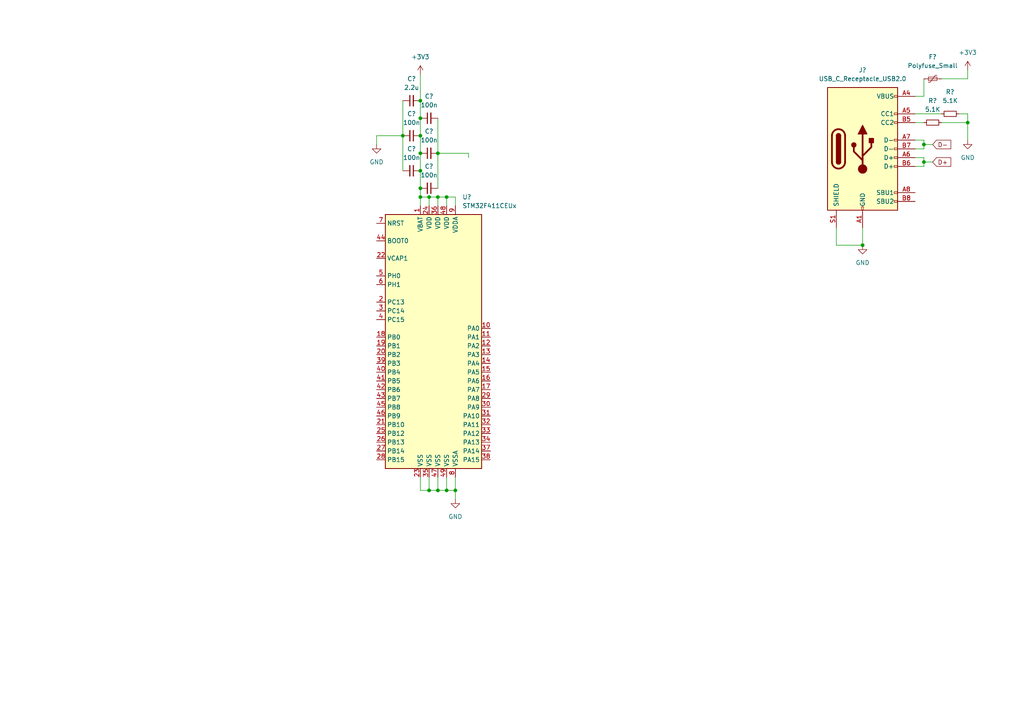
<source format=kicad_sch>
(kicad_sch (version 20211123) (generator eeschema)
  (paper "A4")
  (lib_symbols
    (symbol "Connector:USB_C_Receptacle_USB2.0" (pin_names (offset 1.016))
      (property "Reference" "J" (at -10.16 19.05 0))
      (property "Value" "USB_C_Receptacle_USB2.0" (at 19.05 19.05 0))
      (symbol "USB_C_Receptacle_USB2.0_0_0"
        (rectangle (start -0.254 -17.78) (end 0.254 -16.764))
        (rectangle (start 10.16 -14.986) (end 9.144 -15.494))
        (rectangle (start 10.16 -12.446) (end 9.144 -12.954))
        (rectangle (start 10.16 -4.826) (end 9.144 -5.334))
        (rectangle (start 10.16 -2.286) (end 9.144 -2.794))
        (rectangle (start 10.16 0.254) (end 9.144 -0.254))
        (rectangle (start 10.16 2.794) (end 9.144 2.286))
        (rectangle (start 10.16 7.874) (end 9.144 7.366))
        (rectangle (start 10.16 10.414) (end 9.144 9.906))
        (rectangle (start 10.16 15.494) (end 9.144 14.986))
      )
      (symbol "USB_C_Receptacle_USB2.0_0_1"
        (rectangle (start -10.16 17.78) (end 10.16 -17.78) (stroke (width 0.254)) (fill (type background)))
        (arc (start -8.89 -3.81) (mid -6.985 -5.715) (end -5.08 -3.81) (stroke (width 0.508)))
        (arc (start -7.62 -3.81) (mid -6.985 -4.445) (end -6.35 -3.81) (stroke (width 0.254)))
        (arc (start -7.62 -3.81) (mid -6.985 -4.445) (end -6.35 -3.81) (stroke (width 0.254)) (fill (type outline)))
        (rectangle (start -7.62 -3.81) (end -6.35 3.81) (stroke (width 0.254)) (fill (type outline)))
        (arc (start -6.35 3.81) (mid -6.985 4.445) (end -7.62 3.81) (stroke (width 0.254)))
        (arc (start -6.35 3.81) (mid -6.985 4.445) (end -7.62 3.81) (stroke (width 0.254)) (fill (type outline)))
        (arc (start -5.08 3.81) (mid -6.985 5.715) (end -8.89 3.81) (stroke (width 0.508)))
        (circle (center -2.54 1.143) (radius 0.635) (stroke (width 0.254)) (fill (type outline)))
        (circle (center 0 -5.842) (radius 1.27) (fill (type outline)))
        (polyline (pts (xy -8.89 -3.81) (xy -8.89 3.81)) (stroke (width 0.508)))
        (polyline (pts (xy -5.08 3.81) (xy -5.08 -3.81)) (stroke (width 0.508)))
        (polyline (pts (xy 0 -5.842) (xy 0 4.318)) (stroke (width 0.508)))
        (polyline (pts (xy 0 -3.302) (xy -2.54 -0.762) (xy -2.54 0.508)) (stroke (width 0.508)))
        (polyline (pts (xy 0 -2.032) (xy 2.54 0.508) (xy 2.54 1.778)) (stroke (width 0.508)))
        (polyline (pts (xy -1.27 4.318) (xy 0 6.858) (xy 1.27 4.318) (xy -1.27 4.318)) (stroke (width 0.254)) (fill (type outline)))
        (rectangle (start 1.905 1.778) (end 3.175 3.048) (stroke (width 0.254)) (fill (type outline)))
      )
      (symbol "USB_C_Receptacle_USB2.0_1_1"
        (pin passive line (at 0 -22.86 90) (length 5.08) (name "GND") (number "A1"))
        (pin passive line (at 0 -22.86 90) (length 5.08) hide (name "GND") (number "A12"))
        (pin passive line (at 15.24 15.24 180) (length 5.08) (name "VBUS") (number "A4"))
        (pin bidirectional line (at 15.24 10.16 180) (length 5.08) (name "CC1") (number "A5"))
        (pin bidirectional line (at 15.24 -2.54 180) (length 5.08) (name "D+") (number "A6"))
        (pin bidirectional line (at 15.24 2.54 180) (length 5.08) (name "D-") (number "A7"))
        (pin bidirectional line (at 15.24 -12.7 180) (length 5.08) (name "SBU1") (number "A8"))
        (pin passive line (at 15.24 15.24 180) (length 5.08) hide (name "VBUS") (number "A9"))
        (pin passive line (at 0 -22.86 90) (length 5.08) hide (name "GND") (number "B1"))
        (pin passive line (at 0 -22.86 90) (length 5.08) hide (name "GND") (number "B12"))
        (pin passive line (at 15.24 15.24 180) (length 5.08) hide (name "VBUS") (number "B4"))
        (pin bidirectional line (at 15.24 7.62 180) (length 5.08) (name "CC2") (number "B5"))
        (pin bidirectional line (at 15.24 -5.08 180) (length 5.08) (name "D+") (number "B6"))
        (pin bidirectional line (at 15.24 0 180) (length 5.08) (name "D-") (number "B7"))
        (pin bidirectional line (at 15.24 -15.24 180) (length 5.08) (name "SBU2") (number "B8"))
        (pin passive line (at 15.24 15.24 180) (length 5.08) hide (name "VBUS") (number "B9"))
        (pin passive line (at -7.62 -22.86 90) (length 5.08) (name "SHIELD") (number "S1"))
      )
    )
    (symbol "Device:C_Small" (pin_numbers hide) (pin_names (offset 0.254) hide)
      (property "Reference" "C" (at 0.254 1.778 0))
      (property "Value" "C_Small" (at 0.254 -2.032 0))
      (symbol "C_Small_0_1"
        (polyline (pts (xy -1.524 -0.508) (xy 1.524 -0.508)) (stroke (width 0.3302)))
        (polyline (pts (xy -1.524 0.508) (xy 1.524 0.508)) (stroke (width 0.3048)))
      )
      (symbol "C_Small_1_1"
        (pin passive line (at 0 2.54 270) (length 2.032) (name "~") (number "1"))
        (pin passive line (at 0 -2.54 90) (length 2.032) (name "~") (number "2"))
      )
    )
    (symbol "Device:Polyfuse_Small" (pin_numbers hide) (pin_names (offset 0))
      (property "Reference" "F" (at -1.905 0 90))
      (property "Value" "Polyfuse_Small" (at 1.905 0 90))
      (symbol "Polyfuse_Small_0_1"
        (rectangle (start -0.508 1.27) (end 0.508 -1.27))
        (polyline (pts (xy 0 2.54) (xy 0 -2.54)))
        (polyline (pts (xy -1.016 1.27) (xy -1.016 0.762) (xy 1.016 -0.762) (xy 1.016 -1.27)))
      )
      (symbol "Polyfuse_Small_1_1"
        (pin passive line (at 0 2.54 270) (length 0.635) (name "~") (number "1"))
        (pin passive line (at 0 -2.54 90) (length 0.635) (name "~") (number "2"))
      )
    )
    (symbol "Device:R_Small" (pin_numbers hide) (pin_names (offset 0.254) hide)
      (property "Reference" "R" (at 0.762 0.508 0))
      (property "Value" "R_Small" (at 0.762 -1.016 0))
      (symbol "R_Small_0_1"
        (rectangle (start -0.762 1.778) (end 0.762 -1.778) (stroke (width 0.2032)))
      )
      (symbol "R_Small_1_1"
        (pin passive line (at 0 2.54 270) (length 0.762) (name "~") (number "1"))
        (pin passive line (at 0 -2.54 90) (length 0.762) (name "~") (number "2"))
      )
    )
    (symbol "MCU_ST_STM32F4:STM32F411CEUx"
      (property "Reference" "U" (at -15.24 36.83 0))
      (property "Value" "STM32F411CEUx" (at 7.62 36.83 0))
      (symbol "STM32F411CEUx_0_1"
        (rectangle (start -15.24 -38.1) (end 12.7 35.56) (stroke (width 0.254)) (fill (type background)))
      )
      (symbol "STM32F411CEUx_1_1"
        (pin power_in line (at -5.08 38.1 270) (length 2.54) (name "VBAT") (number "1"))
        (pin bidirectional line (at 15.24 2.54 180) (length 2.54) (name "PA0") (number "10"))
        (pin bidirectional line (at 15.24 0 180) (length 2.54) (name "PA1") (number "11"))
        (pin bidirectional line (at 15.24 -2.54 180) (length 2.54) (name "PA2") (number "12"))
        (pin bidirectional line (at 15.24 -5.08 180) (length 2.54) (name "PA3") (number "13"))
        (pin bidirectional line (at 15.24 -7.62 180) (length 2.54) (name "PA4") (number "14"))
        (pin bidirectional line (at 15.24 -10.16 180) (length 2.54) (name "PA5") (number "15"))
        (pin bidirectional line (at 15.24 -12.7 180) (length 2.54) (name "PA6") (number "16"))
        (pin bidirectional line (at 15.24 -15.24 180) (length 2.54) (name "PA7") (number "17"))
        (pin bidirectional line (at -17.78 0 0) (length 2.54) (name "PB0") (number "18"))
        (pin bidirectional line (at -17.78 -2.54 0) (length 2.54) (name "PB1") (number "19"))
        (pin bidirectional line (at -17.78 10.16 0) (length 2.54) (name "PC13") (number "2"))
        (pin bidirectional line (at -17.78 -5.08 0) (length 2.54) (name "PB2") (number "20"))
        (pin bidirectional line (at -17.78 -25.4 0) (length 2.54) (name "PB10") (number "21"))
        (pin power_in line (at -17.78 22.86 0) (length 2.54) (name "VCAP1") (number "22"))
        (pin power_in line (at -5.08 -40.64 90) (length 2.54) (name "VSS") (number "23"))
        (pin power_in line (at -2.54 38.1 270) (length 2.54) (name "VDD") (number "24"))
        (pin bidirectional line (at -17.78 -27.94 0) (length 2.54) (name "PB12") (number "25"))
        (pin bidirectional line (at -17.78 -30.48 0) (length 2.54) (name "PB13") (number "26"))
        (pin bidirectional line (at -17.78 -33.02 0) (length 2.54) (name "PB14") (number "27"))
        (pin bidirectional line (at -17.78 -35.56 0) (length 2.54) (name "PB15") (number "28"))
        (pin bidirectional line (at 15.24 -17.78 180) (length 2.54) (name "PA8") (number "29"))
        (pin bidirectional line (at -17.78 7.62 0) (length 2.54) (name "PC14") (number "3"))
        (pin bidirectional line (at 15.24 -20.32 180) (length 2.54) (name "PA9") (number "30"))
        (pin bidirectional line (at 15.24 -22.86 180) (length 2.54) (name "PA10") (number "31"))
        (pin bidirectional line (at 15.24 -25.4 180) (length 2.54) (name "PA11") (number "32"))
        (pin bidirectional line (at 15.24 -27.94 180) (length 2.54) (name "PA12") (number "33"))
        (pin bidirectional line (at 15.24 -30.48 180) (length 2.54) (name "PA13") (number "34"))
        (pin power_in line (at -2.54 -40.64 90) (length 2.54) (name "VSS") (number "35"))
        (pin power_in line (at 0 38.1 270) (length 2.54) (name "VDD") (number "36"))
        (pin bidirectional line (at 15.24 -33.02 180) (length 2.54) (name "PA14") (number "37"))
        (pin bidirectional line (at 15.24 -35.56 180) (length 2.54) (name "PA15") (number "38"))
        (pin bidirectional line (at -17.78 -7.62 0) (length 2.54) (name "PB3") (number "39"))
        (pin bidirectional line (at -17.78 5.08 0) (length 2.54) (name "PC15") (number "4"))
        (pin bidirectional line (at -17.78 -10.16 0) (length 2.54) (name "PB4") (number "40"))
        (pin bidirectional line (at -17.78 -12.7 0) (length 2.54) (name "PB5") (number "41"))
        (pin bidirectional line (at -17.78 -15.24 0) (length 2.54) (name "PB6") (number "42"))
        (pin bidirectional line (at -17.78 -17.78 0) (length 2.54) (name "PB7") (number "43"))
        (pin input line (at -17.78 27.94 0) (length 2.54) (name "BOOT0") (number "44"))
        (pin bidirectional line (at -17.78 -20.32 0) (length 2.54) (name "PB8") (number "45"))
        (pin bidirectional line (at -17.78 -22.86 0) (length 2.54) (name "PB9") (number "46"))
        (pin power_in line (at 0 -40.64 90) (length 2.54) (name "VSS") (number "47"))
        (pin power_in line (at 2.54 38.1 270) (length 2.54) (name "VDD") (number "48"))
        (pin power_in line (at 2.54 -40.64 90) (length 2.54) (name "VSS") (number "49"))
        (pin input line (at -17.78 17.78 0) (length 2.54) (name "PH0") (number "5"))
        (pin input line (at -17.78 15.24 0) (length 2.54) (name "PH1") (number "6"))
        (pin input line (at -17.78 33.02 0) (length 2.54) (name "NRST") (number "7"))
        (pin power_in line (at 5.08 -40.64 90) (length 2.54) (name "VSSA") (number "8"))
        (pin power_in line (at 5.08 38.1 270) (length 2.54) (name "VDDA") (number "9"))
      )
    )
    (symbol "power:+3V3" (power) (pin_names (offset 0))
      (property "Value" "+3V3" (at 0 3.556 0))
      (symbol "+3V3_0_1"
        (polyline (pts (xy -0.762 1.27) (xy 0 2.54)))
        (polyline (pts (xy 0 0) (xy 0 2.54)))
        (polyline (pts (xy 0 2.54) (xy 0.762 1.27)))
      )
      (symbol "+3V3_1_1"
        (pin power_in line (at 0 0 90) (length 0) hide (name "+3V3") (number "1"))
      )
    )
    (symbol "power:GND" (power) (pin_names (offset 0))
      (property "Value" "GND" (at 0 -3.81 0))
      (symbol "GND_0_1"
        (polyline (pts (xy 0 0) (xy 0 -1.27) (xy 1.27 -1.27) (xy 0 -2.54) (xy -1.27 -1.27) (xy 0 -1.27)))
      )
      (symbol "GND_1_1"
        (pin power_in line (at 0 0 270) (length 0) hide (name "GND") (number "1"))
      )
    )
  )
  (junction (at 280.67 35.56))
  (junction (at 129.54 57.15))
  (junction (at 121.92 29.21))
  (junction (at 121.92 39.37))
  (junction (at 121.92 57.15))
  (junction (at 127 44.45))
  (junction (at 127 57.15))
  (junction (at 124.46 57.15))
  (junction (at 127 142.24))
  (junction (at 267.97 41.91))
  (junction (at 121.92 44.45))
  (junction (at 121.92 54.61))
  (junction (at 132.08 142.24))
  (junction (at 129.54 142.24))
  (junction (at 116.84 39.37))
  (junction (at 124.46 142.24))
  (junction (at 250.19 71.12))
  (junction (at 267.97 46.99))
  (junction (at 121.92 34.29))
  (junction (at 121.92 49.53))
  (wire (pts (xy 124.46 142.24) (xy 127 142.24)))
  (wire (pts (xy 116.84 29.21) (xy 116.84 39.37)))
  (wire (pts (xy 132.08 142.24) (xy 132.08 144.78)))
  (wire (pts (xy 129.54 138.43) (xy 129.54 142.24)))
  (wire (pts (xy 121.92 57.15) (xy 121.92 59.69)))
  (wire (pts (xy 267.97 45.72) (xy 265.43 45.72)))
  (wire (pts (xy 242.57 71.12) (xy 250.19 71.12)))
  (wire (pts (xy 265.43 48.26) (xy 267.97 48.26)))
  (wire (pts (xy 109.22 39.37) (xy 109.22 41.91)))
  (wire (pts (xy 127 138.43) (xy 127 142.24)))
  (wire (pts (xy 242.57 66.04) (xy 242.57 71.12)))
  (wire (pts (xy 265.43 33.02) (xy 273.05 33.02)))
  (wire (pts (xy 129.54 57.15) (xy 129.54 59.69)))
  (wire (pts (xy 127 57.15) (xy 124.46 57.15)))
  (wire (pts (xy 267.97 41.91) (xy 267.97 40.64)))
  (wire (pts (xy 267.97 40.64) (xy 265.43 40.64)))
  (wire (pts (xy 265.43 35.56) (xy 267.97 35.56)))
  (wire (pts (xy 132.08 57.15) (xy 129.54 57.15)))
  (wire (pts (xy 250.19 66.04) (xy 250.19 71.12)))
  (wire (pts (xy 280.67 33.02) (xy 280.67 35.56)))
  (wire (pts (xy 121.92 138.43) (xy 121.92 142.24)))
  (wire (pts (xy 124.46 138.43) (xy 124.46 142.24)))
  (wire (pts (xy 121.92 39.37) (xy 121.92 44.45)))
  (wire (pts (xy 127 44.45) (xy 127 54.61)))
  (wire (pts (xy 121.92 44.45) (xy 121.92 49.53)))
  (wire (pts (xy 124.46 57.15) (xy 121.92 57.15)))
  (wire (pts (xy 121.92 29.21) (xy 121.92 34.29)))
  (wire (pts (xy 121.92 54.61) (xy 121.92 57.15)))
  (wire (pts (xy 127 142.24) (xy 129.54 142.24)))
  (wire (pts (xy 121.92 49.53) (xy 121.92 54.61)))
  (wire (pts (xy 280.67 35.56) (xy 280.67 40.64)))
  (wire (pts (xy 135.89 44.45) (xy 135.89 45.72)))
  (wire (pts (xy 267.97 41.91) (xy 270.51 41.91)))
  (wire (pts (xy 127 57.15) (xy 127 59.69)))
  (wire (pts (xy 121.92 34.29) (xy 121.92 39.37)))
  (wire (pts (xy 116.84 39.37) (xy 116.84 49.53)))
  (wire (pts (xy 127 44.45) (xy 135.89 44.45)))
  (wire (pts (xy 273.05 35.56) (xy 280.67 35.56)))
  (wire (pts (xy 267.97 48.26) (xy 267.97 46.99)))
  (wire (pts (xy 124.46 57.15) (xy 124.46 59.69)))
  (wire (pts (xy 121.92 142.24) (xy 124.46 142.24)))
  (wire (pts (xy 132.08 57.15) (xy 132.08 59.69)))
  (wire (pts (xy 280.67 22.86) (xy 280.67 20.32)))
  (wire (pts (xy 121.92 21.59) (xy 121.92 29.21)))
  (wire (pts (xy 265.43 43.18) (xy 267.97 43.18)))
  (wire (pts (xy 129.54 57.15) (xy 127 57.15)))
  (wire (pts (xy 265.43 27.94) (xy 267.97 27.94)))
  (wire (pts (xy 267.97 43.18) (xy 267.97 41.91)))
  (wire (pts (xy 278.13 33.02) (xy 280.67 33.02)))
  (wire (pts (xy 267.97 46.99) (xy 267.97 45.72)))
  (wire (pts (xy 116.84 39.37) (xy 109.22 39.37)))
  (wire (pts (xy 267.97 46.99) (xy 270.51 46.99)))
  (wire (pts (xy 127 34.29) (xy 127 44.45)))
  (wire (pts (xy 273.05 22.86) (xy 280.67 22.86)))
  (wire (pts (xy 132.08 138.43) (xy 132.08 142.24)))
  (wire (pts (xy 267.97 22.86) (xy 267.97 27.94)))
  (wire (pts (xy 129.54 142.24) (xy 132.08 142.24)))
  (global_label "D-" (shape input) (at 270.51 41.91 0) (property "Intersheet References" "${INTERSHEET_REFS}" (effects hide)))
  (global_label "D+" (shape input) (at 270.51 46.99 0) (property "Intersheet References" "${INTERSHEET_REFS}" (effects hide)))
  (symbol (lib_id "Device:C_Small") (at 124.46 34.29 90) (unit 1)
    (property "Reference" "C?" (at 124.4663 27.94 90))
    (property "Value" "100n" (at 124.4663 30.48 90))
    (property "Footprint" "Capacitor_SMD:C_0402_1005Metric_Pad0.74x0.62mm_HandSolder" (effects hide))
  )
  (symbol (lib_id "Device:R_Small") (at 270.51 35.56 90) (unit 1)
    (property "Reference" "R?" (at 270.51 29.21 90))
    (property "Value" "5.1K" (at 270.51 31.75 90))
  )
  (symbol (lib_id "power:+3V3") (at 121.92 21.59 0) (unit 1)
    (property "Reference" "#PWR?" (effects hide))
    (property "Value" "+3V3" (at 121.92 16.51 0))
  )
  (symbol (lib_id "Device:C_Small") (at 119.38 29.21 90) (unit 1)
    (property "Reference" "C?" (at 119.3863 22.86 90))
    (property "Value" "2.2u" (at 119.3863 25.4 90))
    (property "Footprint" "Capacitor_SMD:C_0603_1608Metric_Pad1.08x0.95mm_HandSolder" (effects hide))
  )
  (symbol (lib_id "Device:R_Small") (at 275.59 33.02 90) (unit 1)
    (property "Reference" "R?" (at 275.59 26.67 90))
    (property "Value" "5.1K" (at 275.59 29.21 90))
  )
  (symbol (lib_id "power:GND") (at 280.67 40.64 0) (unit 1)
    (property "Reference" "#PWR?" (effects hide))
    (property "Value" "GND" (at 280.67 45.72 0))
  )
  (symbol (lib_id "Device:C_Small") (at 124.46 44.45 90) (unit 1)
    (property "Reference" "C?" (at 124.4663 38.1 90))
    (property "Value" "100n" (at 124.4663 40.64 90))
    (property "Footprint" "Capacitor_SMD:C_0402_1005Metric_Pad0.74x0.62mm_HandSolder" (effects hide))
  )
  (symbol (lib_id "Device:Polyfuse_Small") (at 270.51 22.86 90) (unit 1)
    (property "Reference" "F?" (at 270.51 16.51 90))
    (property "Value" "Polyfuse_Small" (at 270.51 19.05 90))
  )
  (symbol (lib_id "power:GND") (at 109.22 41.91 0) (unit 1)
    (property "Reference" "#PWR?" (effects hide))
    (property "Value" "GND" (at 109.22 46.99 0))
  )
  (symbol (lib_id "Connector:USB_C_Receptacle_USB2.0") (at 250.19 43.18 0) (unit 1)
    (property "Reference" "J?" (at 250.19 20.32 0))
    (property "Value" "USB_C_Receptacle_USB2.0" (at 250.19 22.86 0))
    (property "Datasheet" "https://www.usb.org/sites/default/files/documents/usb_type-c.zip" (effects hide))
  )
  (symbol (lib_id "power:+3V3") (at 280.67 20.32 0) (unit 1)
    (property "Reference" "#PWR?" (effects hide))
    (property "Value" "+3V3" (at 280.67 15.24 0))
  )
  (symbol (lib_id "power:GND") (at 250.19 71.12 0) (unit 1)
    (property "Reference" "#PWR?" (effects hide))
    (property "Value" "GND" (at 250.19 76.2 0))
  )
  (symbol (lib_id "power:GND") (at 132.08 144.78 0) (unit 1)
    (property "Reference" "#PWR?" (effects hide))
    (property "Value" "GND" (at 132.08 149.86 0))
  )
  (symbol (lib_id "Device:C_Small") (at 119.38 39.37 270) (unit 1)
    (property "Reference" "C?" (at 119.3736 33.02 90))
    (property "Value" "100n" (at 119.3736 35.56 90))
    (property "Footprint" "Capacitor_SMD:C_0402_1005Metric_Pad0.74x0.62mm_HandSolder" (effects hide))
  )
  (symbol (lib_id "Device:C_Small") (at 119.38 49.53 270) (unit 1)
    (property "Reference" "C?" (at 119.3736 43.18 90))
    (property "Value" "100n" (at 119.3736 45.72 90))
    (property "Footprint" "Capacitor_SMD:C_0402_1005Metric_Pad0.74x0.62mm_HandSolder" (effects hide))
  )
  (symbol (lib_id "Device:C_Small") (at 124.46 54.61 270) (unit 1)
    (property "Reference" "C?" (at 124.4536 48.26 90))
    (property "Value" "100n" (at 124.4536 50.8 90))
    (property "Footprint" "Capacitor_SMD:C_0402_1005Metric_Pad0.74x0.62mm_HandSolder" (effects hide))
  )
  (symbol (lib_id "MCU_ST_STM32F4:STM32F411CEUx") (at 127 97.79 0) (unit 1)
    (property "Reference" "U?" (at 134.0994 57.15 0) (effects (justify left)))
    (property "Value" "STM32F411CEUx" (at 134.0994 59.69 0) (effects (justify left)))
    (property "Footprint" "Package_DFN_QFN:QFN-48-1EP_7x7mm_P0.5mm_EP5.6x5.6mm" (effects hide))
    (property "Datasheet" "http://www.st.com/st-web-ui/static/active/en/resource/technical/document/datasheet/DM00115249.pdf" (effects hide))
  )
)
</source>
